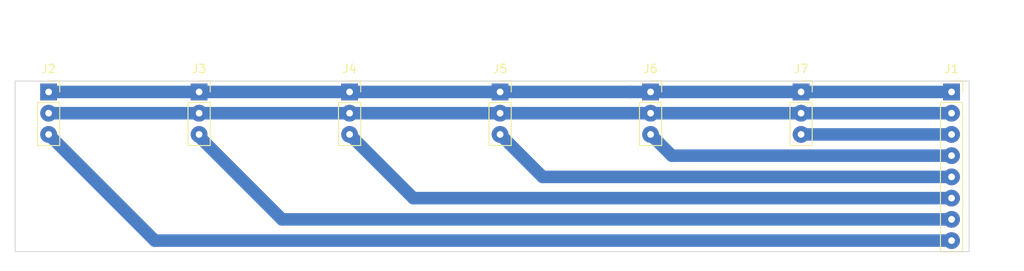
<source format=kicad_pcb>
(kicad_pcb (version 20171130) (host pcbnew 5.1.5+dfsg1-2build2)

  (general
    (thickness 1.6)
    (drawings 14)
    (tracks 27)
    (zones 0)
    (modules 7)
    (nets 9)
  )

  (page A4)
  (title_block
    (title pswclsx6socket)
    (date 2022-04-19)
    (rev 1)
    (comment 1 "tec. henrique silva")
  )

  (layers
    (0 F.Cu signal)
    (31 B.Cu signal)
    (32 B.Adhes user)
    (33 F.Adhes user)
    (34 B.Paste user)
    (35 F.Paste user)
    (36 B.SilkS user)
    (37 F.SilkS user)
    (38 B.Mask user)
    (39 F.Mask user)
    (40 Dwgs.User user)
    (41 Cmts.User user)
    (42 Eco1.User user)
    (43 Eco2.User user)
    (44 Edge.Cuts user)
    (45 Margin user)
    (46 B.CrtYd user)
    (47 F.CrtYd user)
    (48 B.Fab user)
    (49 F.Fab user)
  )

  (setup
    (last_trace_width 0.25)
    (user_trace_width 1)
    (user_trace_width 1.5)
    (trace_clearance 0.2)
    (zone_clearance 0.508)
    (zone_45_only no)
    (trace_min 0.2)
    (via_size 0.8)
    (via_drill 0.4)
    (via_min_size 0.4)
    (via_min_drill 0.3)
    (user_via 1.5 0.8)
    (uvia_size 0.3)
    (uvia_drill 0.1)
    (uvias_allowed no)
    (uvia_min_size 0.2)
    (uvia_min_drill 0.1)
    (edge_width 0.05)
    (segment_width 0.2)
    (pcb_text_width 0.3)
    (pcb_text_size 1.5 1.5)
    (mod_edge_width 0.12)
    (mod_text_size 1 1)
    (mod_text_width 0.15)
    (pad_size 2 2)
    (pad_drill 0.8)
    (pad_to_mask_clearance 0.051)
    (solder_mask_min_width 0.25)
    (aux_axis_origin 0 0)
    (visible_elements FFFFFF7F)
    (pcbplotparams
      (layerselection 0x010fc_ffffffff)
      (usegerberextensions false)
      (usegerberattributes false)
      (usegerberadvancedattributes false)
      (creategerberjobfile false)
      (excludeedgelayer true)
      (linewidth 0.100000)
      (plotframeref false)
      (viasonmask false)
      (mode 1)
      (useauxorigin false)
      (hpglpennumber 1)
      (hpglpenspeed 20)
      (hpglpendiameter 15.000000)
      (psnegative false)
      (psa4output false)
      (plotreference true)
      (plotvalue true)
      (plotinvisibletext false)
      (padsonsilk false)
      (subtractmaskfromsilk false)
      (outputformat 1)
      (mirror false)
      (drillshape 1)
      (scaleselection 1)
      (outputdirectory ""))
  )

  (net 0 "")
  (net 1 vll_relay-6)
  (net 2 vll_relay-5)
  (net 3 vll_relay-4)
  (net 4 vll_relay-3)
  (net 5 vll_relay-2)
  (net 6 vll_relay-1)
  (net 7 vcc_relay-master)
  (net 8 GND)

  (net_class Default "This is the default net class."
    (clearance 0.2)
    (trace_width 0.25)
    (via_dia 0.8)
    (via_drill 0.4)
    (uvia_dia 0.3)
    (uvia_drill 0.1)
    (add_net GND)
    (add_net vcc_relay-master)
    (add_net vll_relay-1)
    (add_net vll_relay-2)
    (add_net vll_relay-3)
    (add_net vll_relay-4)
    (add_net vll_relay-5)
    (add_net vll_relay-6)
  )

  (module Connector_PinSocket_2.54mm:PinSocket_1x08_P2.54mm_Vertical (layer F.Cu) (tedit 625F2050) (tstamp 625F0766)
    (at 202 89)
    (descr "Through hole straight socket strip, 1x08, 2.54mm pitch, single row (from Kicad 4.0.7), script generated")
    (tags "Through hole socket strip THT 1x08 2.54mm single row")
    (path /625AA4A2)
    (fp_text reference J1 (at 0 -2.77) (layer F.SilkS)
      (effects (font (size 1 1) (thickness 0.15)))
    )
    (fp_text value pswcls-master (at 0 20.55) (layer F.Fab)
      (effects (font (size 1 1) (thickness 0.15)))
    )
    (fp_text user %R (at 0 8.89 90) (layer F.Fab)
      (effects (font (size 1 1) (thickness 0.15)))
    )
    (fp_line (start -1.8 19.55) (end -1.8 -1.8) (layer F.CrtYd) (width 0.05))
    (fp_line (start 1.75 19.55) (end -1.8 19.55) (layer F.CrtYd) (width 0.05))
    (fp_line (start 1.75 -1.8) (end 1.75 19.55) (layer F.CrtYd) (width 0.05))
    (fp_line (start -1.8 -1.8) (end 1.75 -1.8) (layer F.CrtYd) (width 0.05))
    (fp_line (start 0 -1.33) (end 1.33 -1.33) (layer F.SilkS) (width 0.12))
    (fp_line (start 1.33 -1.33) (end 1.33 0) (layer F.SilkS) (width 0.12))
    (fp_line (start 1.33 1.27) (end 1.33 19.11) (layer F.SilkS) (width 0.12))
    (fp_line (start -1.33 19.11) (end 1.33 19.11) (layer F.SilkS) (width 0.12))
    (fp_line (start -1.33 1.27) (end -1.33 19.11) (layer F.SilkS) (width 0.12))
    (fp_line (start -1.33 1.27) (end 1.33 1.27) (layer F.SilkS) (width 0.12))
    (fp_line (start -1.27 19.05) (end -1.27 -1.27) (layer F.Fab) (width 0.1))
    (fp_line (start 1.27 19.05) (end -1.27 19.05) (layer F.Fab) (width 0.1))
    (fp_line (start 1.27 -0.635) (end 1.27 19.05) (layer F.Fab) (width 0.1))
    (fp_line (start 0.635 -1.27) (end 1.27 -0.635) (layer F.Fab) (width 0.1))
    (fp_line (start -1.27 -1.27) (end 0.635 -1.27) (layer F.Fab) (width 0.1))
    (pad 8 thru_hole oval (at 0 17.78) (size 2 2) (drill 0.8) (layers *.Cu *.Mask)
      (net 6 vll_relay-1))
    (pad 7 thru_hole oval (at 0 15.24) (size 2 2) (drill 0.8) (layers *.Cu *.Mask)
      (net 5 vll_relay-2))
    (pad 6 thru_hole oval (at 0 12.7) (size 2 2) (drill 0.8) (layers *.Cu *.Mask)
      (net 4 vll_relay-3))
    (pad 5 thru_hole oval (at 0 10.16) (size 2 2) (drill 0.8) (layers *.Cu *.Mask)
      (net 3 vll_relay-4))
    (pad 4 thru_hole oval (at 0 7.62) (size 2 2) (drill 0.8) (layers *.Cu *.Mask)
      (net 2 vll_relay-5))
    (pad 3 thru_hole oval (at 0 5.08) (size 2 2) (drill 0.8) (layers *.Cu *.Mask)
      (net 1 vll_relay-6))
    (pad 2 thru_hole oval (at 0 2.54) (size 2 2) (drill 0.8) (layers *.Cu *.Mask)
      (net 7 vcc_relay-master))
    (pad 1 thru_hole rect (at 0 0) (size 2 2) (drill 0.8) (layers *.Cu *.Mask)
      (net 8 GND))
    (model ${KISYS3DMOD}/Connector_PinSocket_2.54mm.3dshapes/PinSocket_1x08_P2.54mm_Vertical.wrl
      (at (xyz 0 0 0))
      (scale (xyz 1 1 1))
      (rotate (xyz 0 0 0))
    )
  )

  (module Connector_PinSocket_2.54mm:PinSocket_1x03_P2.54mm_Vertical (layer F.Cu) (tedit 625F1F59) (tstamp 625EF9E9)
    (at 94 89)
    (descr "Through hole straight socket strip, 1x03, 2.54mm pitch, single row (from Kicad 4.0.7), script generated")
    (tags "Through hole socket strip THT 1x03 2.54mm single row")
    (path /625A7FF5)
    (fp_text reference J2 (at 0 -2.77) (layer F.SilkS)
      (effects (font (size 1 1) (thickness 0.15)))
    )
    (fp_text value pswcls-1 (at 0 7.85) (layer F.Fab)
      (effects (font (size 1 1) (thickness 0.15)))
    )
    (fp_text user %R (at 0 2.54 90) (layer F.Fab)
      (effects (font (size 1 1) (thickness 0.15)))
    )
    (fp_line (start -1.8 6.85) (end -1.8 -1.8) (layer F.CrtYd) (width 0.05))
    (fp_line (start 1.75 6.85) (end -1.8 6.85) (layer F.CrtYd) (width 0.05))
    (fp_line (start 1.75 -1.8) (end 1.75 6.85) (layer F.CrtYd) (width 0.05))
    (fp_line (start -1.8 -1.8) (end 1.75 -1.8) (layer F.CrtYd) (width 0.05))
    (fp_line (start 0 -1.33) (end 1.33 -1.33) (layer F.SilkS) (width 0.12))
    (fp_line (start 1.33 -1.33) (end 1.33 0) (layer F.SilkS) (width 0.12))
    (fp_line (start 1.33 1.27) (end 1.33 6.41) (layer F.SilkS) (width 0.12))
    (fp_line (start -1.33 6.41) (end 1.33 6.41) (layer F.SilkS) (width 0.12))
    (fp_line (start -1.33 1.27) (end -1.33 6.41) (layer F.SilkS) (width 0.12))
    (fp_line (start -1.33 1.27) (end 1.33 1.27) (layer F.SilkS) (width 0.12))
    (fp_line (start -1.27 6.35) (end -1.27 -1.27) (layer F.Fab) (width 0.1))
    (fp_line (start 1.27 6.35) (end -1.27 6.35) (layer F.Fab) (width 0.1))
    (fp_line (start 1.27 -0.635) (end 1.27 6.35) (layer F.Fab) (width 0.1))
    (fp_line (start 0.635 -1.27) (end 1.27 -0.635) (layer F.Fab) (width 0.1))
    (fp_line (start -1.27 -1.27) (end 0.635 -1.27) (layer F.Fab) (width 0.1))
    (pad 3 thru_hole oval (at 0 5.08) (size 2 2) (drill 0.8) (layers *.Cu *.Mask)
      (net 6 vll_relay-1))
    (pad 2 thru_hole oval (at 0 2.54) (size 2 2) (drill 0.8) (layers *.Cu *.Mask)
      (net 7 vcc_relay-master))
    (pad 1 thru_hole rect (at 0 0) (size 2 2) (drill 0.8) (layers *.Cu *.Mask)
      (net 8 GND))
    (model ${KISYS3DMOD}/Connector_PinSocket_2.54mm.3dshapes/PinSocket_1x03_P2.54mm_Vertical.wrl
      (at (xyz 0 0 0))
      (scale (xyz 1 1 1))
      (rotate (xyz 0 0 0))
    )
  )

  (module Connector_PinSocket_2.54mm:PinSocket_1x03_P2.54mm_Vertical (layer F.Cu) (tedit 625F1FBA) (tstamp 625EFE4C)
    (at 148 89)
    (descr "Through hole straight socket strip, 1x03, 2.54mm pitch, single row (from Kicad 4.0.7), script generated")
    (tags "Through hole socket strip THT 1x03 2.54mm single row")
    (path /625B3AC0)
    (fp_text reference J5 (at 0 -2.77) (layer F.SilkS)
      (effects (font (size 1 1) (thickness 0.15)))
    )
    (fp_text value pswcls-4 (at 0 7.85) (layer F.Fab)
      (effects (font (size 1 1) (thickness 0.15)))
    )
    (fp_text user %R (at 0 2.54 90) (layer F.Fab)
      (effects (font (size 1 1) (thickness 0.15)))
    )
    (fp_line (start -1.8 6.85) (end -1.8 -1.8) (layer F.CrtYd) (width 0.05))
    (fp_line (start 1.75 6.85) (end -1.8 6.85) (layer F.CrtYd) (width 0.05))
    (fp_line (start 1.75 -1.8) (end 1.75 6.85) (layer F.CrtYd) (width 0.05))
    (fp_line (start -1.8 -1.8) (end 1.75 -1.8) (layer F.CrtYd) (width 0.05))
    (fp_line (start 0 -1.33) (end 1.33 -1.33) (layer F.SilkS) (width 0.12))
    (fp_line (start 1.33 -1.33) (end 1.33 0) (layer F.SilkS) (width 0.12))
    (fp_line (start 1.33 1.27) (end 1.33 6.41) (layer F.SilkS) (width 0.12))
    (fp_line (start -1.33 6.41) (end 1.33 6.41) (layer F.SilkS) (width 0.12))
    (fp_line (start -1.33 1.27) (end -1.33 6.41) (layer F.SilkS) (width 0.12))
    (fp_line (start -1.33 1.27) (end 1.33 1.27) (layer F.SilkS) (width 0.12))
    (fp_line (start -1.27 6.35) (end -1.27 -1.27) (layer F.Fab) (width 0.1))
    (fp_line (start 1.27 6.35) (end -1.27 6.35) (layer F.Fab) (width 0.1))
    (fp_line (start 1.27 -0.635) (end 1.27 6.35) (layer F.Fab) (width 0.1))
    (fp_line (start 0.635 -1.27) (end 1.27 -0.635) (layer F.Fab) (width 0.1))
    (fp_line (start -1.27 -1.27) (end 0.635 -1.27) (layer F.Fab) (width 0.1))
    (pad 3 thru_hole oval (at 0 5.08) (size 2 2) (drill 0.8) (layers *.Cu *.Mask)
      (net 3 vll_relay-4))
    (pad 2 thru_hole oval (at 0 2.54) (size 2 2) (drill 0.8) (layers *.Cu *.Mask)
      (net 7 vcc_relay-master))
    (pad 1 thru_hole rect (at 0 0) (size 2 2) (drill 0.8) (layers *.Cu *.Mask)
      (net 8 GND))
    (model ${KISYS3DMOD}/Connector_PinSocket_2.54mm.3dshapes/PinSocket_1x03_P2.54mm_Vertical.wrl
      (at (xyz 0 0 0))
      (scale (xyz 1 1 1))
      (rotate (xyz 0 0 0))
    )
  )

  (module Connector_PinSocket_2.54mm:PinSocket_1x03_P2.54mm_Vertical (layer F.Cu) (tedit 625F1F78) (tstamp 625F20AB)
    (at 112 89)
    (descr "Through hole straight socket strip, 1x03, 2.54mm pitch, single row (from Kicad 4.0.7), script generated")
    (tags "Through hole socket strip THT 1x03 2.54mm single row")
    (path /625B1E5A)
    (fp_text reference J3 (at 0 -2.77) (layer F.SilkS)
      (effects (font (size 1 1) (thickness 0.15)))
    )
    (fp_text value pswcls-2 (at 0 7.85) (layer F.Fab)
      (effects (font (size 1 1) (thickness 0.15)))
    )
    (fp_text user %R (at 0 2.54 90) (layer F.Fab)
      (effects (font (size 1 1) (thickness 0.15)))
    )
    (fp_line (start -1.8 6.85) (end -1.8 -1.8) (layer F.CrtYd) (width 0.05))
    (fp_line (start 1.75 6.85) (end -1.8 6.85) (layer F.CrtYd) (width 0.05))
    (fp_line (start 1.75 -1.8) (end 1.75 6.85) (layer F.CrtYd) (width 0.05))
    (fp_line (start -1.8 -1.8) (end 1.75 -1.8) (layer F.CrtYd) (width 0.05))
    (fp_line (start 0 -1.33) (end 1.33 -1.33) (layer F.SilkS) (width 0.12))
    (fp_line (start 1.33 -1.33) (end 1.33 0) (layer F.SilkS) (width 0.12))
    (fp_line (start 1.33 1.27) (end 1.33 6.41) (layer F.SilkS) (width 0.12))
    (fp_line (start -1.33 6.41) (end 1.33 6.41) (layer F.SilkS) (width 0.12))
    (fp_line (start -1.33 1.27) (end -1.33 6.41) (layer F.SilkS) (width 0.12))
    (fp_line (start -1.33 1.27) (end 1.33 1.27) (layer F.SilkS) (width 0.12))
    (fp_line (start -1.27 6.35) (end -1.27 -1.27) (layer F.Fab) (width 0.1))
    (fp_line (start 1.27 6.35) (end -1.27 6.35) (layer F.Fab) (width 0.1))
    (fp_line (start 1.27 -0.635) (end 1.27 6.35) (layer F.Fab) (width 0.1))
    (fp_line (start 0.635 -1.27) (end 1.27 -0.635) (layer F.Fab) (width 0.1))
    (fp_line (start -1.27 -1.27) (end 0.635 -1.27) (layer F.Fab) (width 0.1))
    (pad 3 thru_hole oval (at 0 5.08) (size 2 2) (drill 0.8) (layers *.Cu *.Mask)
      (net 5 vll_relay-2))
    (pad 2 thru_hole oval (at 0 2.54) (size 2 2) (drill 0.8) (layers *.Cu *.Mask)
      (net 7 vcc_relay-master))
    (pad 1 thru_hole rect (at 0 0) (size 2 2) (drill 0.8) (layers *.Cu *.Mask)
      (net 8 GND))
    (model ${KISYS3DMOD}/Connector_PinSocket_2.54mm.3dshapes/PinSocket_1x03_P2.54mm_Vertical.wrl
      (at (xyz 0 0 0))
      (scale (xyz 1 1 1))
      (rotate (xyz 0 0 0))
    )
  )

  (module Connector_PinSocket_2.54mm:PinSocket_1x03_P2.54mm_Vertical (layer F.Cu) (tedit 625F2008) (tstamp 625EFED0)
    (at 184 89)
    (descr "Through hole straight socket strip, 1x03, 2.54mm pitch, single row (from Kicad 4.0.7), script generated")
    (tags "Through hole socket strip THT 1x03 2.54mm single row")
    (path /625B65CB)
    (fp_text reference J7 (at 0 -2.77) (layer F.SilkS)
      (effects (font (size 1 1) (thickness 0.15)))
    )
    (fp_text value pswcls-6 (at 0 7.85) (layer F.Fab)
      (effects (font (size 1 1) (thickness 0.15)))
    )
    (fp_text user %R (at 0 2.54 90) (layer F.Fab)
      (effects (font (size 1 1) (thickness 0.15)))
    )
    (fp_line (start -1.8 6.85) (end -1.8 -1.8) (layer F.CrtYd) (width 0.05))
    (fp_line (start 1.75 6.85) (end -1.8 6.85) (layer F.CrtYd) (width 0.05))
    (fp_line (start 1.75 -1.8) (end 1.75 6.85) (layer F.CrtYd) (width 0.05))
    (fp_line (start -1.8 -1.8) (end 1.75 -1.8) (layer F.CrtYd) (width 0.05))
    (fp_line (start 0 -1.33) (end 1.33 -1.33) (layer F.SilkS) (width 0.12))
    (fp_line (start 1.33 -1.33) (end 1.33 0) (layer F.SilkS) (width 0.12))
    (fp_line (start 1.33 1.27) (end 1.33 6.41) (layer F.SilkS) (width 0.12))
    (fp_line (start -1.33 6.41) (end 1.33 6.41) (layer F.SilkS) (width 0.12))
    (fp_line (start -1.33 1.27) (end -1.33 6.41) (layer F.SilkS) (width 0.12))
    (fp_line (start -1.33 1.27) (end 1.33 1.27) (layer F.SilkS) (width 0.12))
    (fp_line (start -1.27 6.35) (end -1.27 -1.27) (layer F.Fab) (width 0.1))
    (fp_line (start 1.27 6.35) (end -1.27 6.35) (layer F.Fab) (width 0.1))
    (fp_line (start 1.27 -0.635) (end 1.27 6.35) (layer F.Fab) (width 0.1))
    (fp_line (start 0.635 -1.27) (end 1.27 -0.635) (layer F.Fab) (width 0.1))
    (fp_line (start -1.27 -1.27) (end 0.635 -1.27) (layer F.Fab) (width 0.1))
    (pad 3 thru_hole oval (at 0 5.08) (size 2 2) (drill 0.8) (layers *.Cu *.Mask)
      (net 1 vll_relay-6))
    (pad 2 thru_hole oval (at 0 2.54) (size 2 2) (drill 0.8) (layers *.Cu *.Mask)
      (net 7 vcc_relay-master))
    (pad 1 thru_hole rect (at 0 0) (size 2 2) (drill 0.8) (layers *.Cu *.Mask)
      (net 8 GND))
    (model ${KISYS3DMOD}/Connector_PinSocket_2.54mm.3dshapes/PinSocket_1x03_P2.54mm_Vertical.wrl
      (at (xyz 0 0 0))
      (scale (xyz 1 1 1))
      (rotate (xyz 0 0 0))
    )
  )

  (module Connector_PinSocket_2.54mm:PinSocket_1x03_P2.54mm_Vertical (layer F.Cu) (tedit 625F1F99) (tstamp 625EFF12)
    (at 130 89)
    (descr "Through hole straight socket strip, 1x03, 2.54mm pitch, single row (from Kicad 4.0.7), script generated")
    (tags "Through hole socket strip THT 1x03 2.54mm single row")
    (path /625B27EA)
    (fp_text reference J4 (at 0 -2.77) (layer F.SilkS)
      (effects (font (size 1 1) (thickness 0.15)))
    )
    (fp_text value pswcls-3 (at 0 7.85) (layer F.Fab)
      (effects (font (size 1 1) (thickness 0.15)))
    )
    (fp_text user %R (at 0 2.54 90) (layer F.Fab)
      (effects (font (size 1 1) (thickness 0.15)))
    )
    (fp_line (start -1.8 6.85) (end -1.8 -1.8) (layer F.CrtYd) (width 0.05))
    (fp_line (start 1.75 6.85) (end -1.8 6.85) (layer F.CrtYd) (width 0.05))
    (fp_line (start 1.75 -1.8) (end 1.75 6.85) (layer F.CrtYd) (width 0.05))
    (fp_line (start -1.8 -1.8) (end 1.75 -1.8) (layer F.CrtYd) (width 0.05))
    (fp_line (start 0 -1.33) (end 1.33 -1.33) (layer F.SilkS) (width 0.12))
    (fp_line (start 1.33 -1.33) (end 1.33 0) (layer F.SilkS) (width 0.12))
    (fp_line (start 1.33 1.27) (end 1.33 6.41) (layer F.SilkS) (width 0.12))
    (fp_line (start -1.33 6.41) (end 1.33 6.41) (layer F.SilkS) (width 0.12))
    (fp_line (start -1.33 1.27) (end -1.33 6.41) (layer F.SilkS) (width 0.12))
    (fp_line (start -1.33 1.27) (end 1.33 1.27) (layer F.SilkS) (width 0.12))
    (fp_line (start -1.27 6.35) (end -1.27 -1.27) (layer F.Fab) (width 0.1))
    (fp_line (start 1.27 6.35) (end -1.27 6.35) (layer F.Fab) (width 0.1))
    (fp_line (start 1.27 -0.635) (end 1.27 6.35) (layer F.Fab) (width 0.1))
    (fp_line (start 0.635 -1.27) (end 1.27 -0.635) (layer F.Fab) (width 0.1))
    (fp_line (start -1.27 -1.27) (end 0.635 -1.27) (layer F.Fab) (width 0.1))
    (pad 3 thru_hole oval (at 0 5.08) (size 2 2) (drill 0.8) (layers *.Cu *.Mask)
      (net 4 vll_relay-3))
    (pad 2 thru_hole oval (at 0 2.54) (size 2 2) (drill 0.8) (layers *.Cu *.Mask)
      (net 7 vcc_relay-master))
    (pad 1 thru_hole rect (at 0 0) (size 2 2) (drill 0.8) (layers *.Cu *.Mask)
      (net 8 GND))
    (model ${KISYS3DMOD}/Connector_PinSocket_2.54mm.3dshapes/PinSocket_1x03_P2.54mm_Vertical.wrl
      (at (xyz 0 0 0))
      (scale (xyz 1 1 1))
      (rotate (xyz 0 0 0))
    )
  )

  (module Connector_PinSocket_2.54mm:PinSocket_1x03_P2.54mm_Vertical (layer F.Cu) (tedit 625F1FE2) (tstamp 625EFF54)
    (at 166 89)
    (descr "Through hole straight socket strip, 1x03, 2.54mm pitch, single row (from Kicad 4.0.7), script generated")
    (tags "Through hole socket strip THT 1x03 2.54mm single row")
    (path /625B55EF)
    (fp_text reference J6 (at 0 -2.77) (layer F.SilkS)
      (effects (font (size 1 1) (thickness 0.15)))
    )
    (fp_text value pswcls-5 (at 0 7.85) (layer F.Fab)
      (effects (font (size 1 1) (thickness 0.15)))
    )
    (fp_text user %R (at 0 2.54 90) (layer F.Fab)
      (effects (font (size 1 1) (thickness 0.15)))
    )
    (fp_line (start -1.8 6.85) (end -1.8 -1.8) (layer F.CrtYd) (width 0.05))
    (fp_line (start 1.75 6.85) (end -1.8 6.85) (layer F.CrtYd) (width 0.05))
    (fp_line (start 1.75 -1.8) (end 1.75 6.85) (layer F.CrtYd) (width 0.05))
    (fp_line (start -1.8 -1.8) (end 1.75 -1.8) (layer F.CrtYd) (width 0.05))
    (fp_line (start 0 -1.33) (end 1.33 -1.33) (layer F.SilkS) (width 0.12))
    (fp_line (start 1.33 -1.33) (end 1.33 0) (layer F.SilkS) (width 0.12))
    (fp_line (start 1.33 1.27) (end 1.33 6.41) (layer F.SilkS) (width 0.12))
    (fp_line (start -1.33 6.41) (end 1.33 6.41) (layer F.SilkS) (width 0.12))
    (fp_line (start -1.33 1.27) (end -1.33 6.41) (layer F.SilkS) (width 0.12))
    (fp_line (start -1.33 1.27) (end 1.33 1.27) (layer F.SilkS) (width 0.12))
    (fp_line (start -1.27 6.35) (end -1.27 -1.27) (layer F.Fab) (width 0.1))
    (fp_line (start 1.27 6.35) (end -1.27 6.35) (layer F.Fab) (width 0.1))
    (fp_line (start 1.27 -0.635) (end 1.27 6.35) (layer F.Fab) (width 0.1))
    (fp_line (start 0.635 -1.27) (end 1.27 -0.635) (layer F.Fab) (width 0.1))
    (fp_line (start -1.27 -1.27) (end 0.635 -1.27) (layer F.Fab) (width 0.1))
    (pad 3 thru_hole oval (at 0 5.08) (size 2 2) (drill 0.8) (layers *.Cu *.Mask)
      (net 2 vll_relay-5))
    (pad 2 thru_hole oval (at 0 2.54) (size 2 2) (drill 0.8) (layers *.Cu *.Mask)
      (net 7 vcc_relay-master))
    (pad 1 thru_hole rect (at 0 0) (size 2 2) (drill 0.8) (layers *.Cu *.Mask)
      (net 8 GND))
    (model ${KISYS3DMOD}/Connector_PinSocket_2.54mm.3dshapes/PinSocket_1x03_P2.54mm_Vertical.wrl
      (at (xyz 0 0 0))
      (scale (xyz 1 1 1))
      (rotate (xyz 0 0 0))
    )
  )

  (dimension 2 (width 0.15) (layer Dwgs.User)
    (gr_text "2.000 mm" (at 203 81.7) (layer Dwgs.User)
      (effects (font (size 1 1) (thickness 0.15)))
    )
    (feature1 (pts (xy 202 85) (xy 202 82.413579)))
    (feature2 (pts (xy 204 85) (xy 204 82.413579)))
    (crossbar (pts (xy 204 83) (xy 202 83)))
    (arrow1a (pts (xy 202 83) (xy 203.126504 82.413579)))
    (arrow1b (pts (xy 202 83) (xy 203.126504 83.586421)))
    (arrow2a (pts (xy 204 83) (xy 202.873496 82.413579)))
    (arrow2b (pts (xy 204 83) (xy 202.873496 83.586421)))
  )
  (dimension 4 (width 0.15) (layer Dwgs.User)
    (gr_text "4.000 mm" (at 92 81.7) (layer Dwgs.User)
      (effects (font (size 1 1) (thickness 0.15)))
    )
    (feature1 (pts (xy 90 85) (xy 90 82.413579)))
    (feature2 (pts (xy 94 85) (xy 94 82.413579)))
    (crossbar (pts (xy 94 83) (xy 90 83)))
    (arrow1a (pts (xy 90 83) (xy 91.126504 82.413579)))
    (arrow1b (pts (xy 90 83) (xy 91.126504 83.586421)))
    (arrow2a (pts (xy 94 83) (xy 92.873496 82.413579)))
    (arrow2b (pts (xy 94 83) (xy 92.873496 83.586421)))
  )
  (dimension 18 (width 0.15) (layer Dwgs.User)
    (gr_text "18.000 mm" (at 103 81.7) (layer Dwgs.User)
      (effects (font (size 1 1) (thickness 0.15)))
    )
    (feature1 (pts (xy 112 85) (xy 112 82.413579)))
    (feature2 (pts (xy 94 85) (xy 94 82.413579)))
    (crossbar (pts (xy 94 83) (xy 112 83)))
    (arrow1a (pts (xy 112 83) (xy 110.873496 83.586421)))
    (arrow1b (pts (xy 112 83) (xy 110.873496 82.413579)))
    (arrow2a (pts (xy 94 83) (xy 95.126504 83.586421)))
    (arrow2b (pts (xy 94 83) (xy 95.126504 82.413579)))
  )
  (dimension 18 (width 0.15) (layer Dwgs.User)
    (gr_text "18.000 mm" (at 121 81.7) (layer Dwgs.User)
      (effects (font (size 1 1) (thickness 0.15)))
    )
    (feature1 (pts (xy 130 85) (xy 130 82.413579)))
    (feature2 (pts (xy 112 85) (xy 112 82.413579)))
    (crossbar (pts (xy 112 83) (xy 130 83)))
    (arrow1a (pts (xy 130 83) (xy 128.873496 83.586421)))
    (arrow1b (pts (xy 130 83) (xy 128.873496 82.413579)))
    (arrow2a (pts (xy 112 83) (xy 113.126504 83.586421)))
    (arrow2b (pts (xy 112 83) (xy 113.126504 82.413579)))
  )
  (dimension 18 (width 0.15) (layer Dwgs.User)
    (gr_text "18.000 mm" (at 139 81.7) (layer Dwgs.User)
      (effects (font (size 1 1) (thickness 0.15)))
    )
    (feature1 (pts (xy 148 85) (xy 148 82.413579)))
    (feature2 (pts (xy 130 85) (xy 130 82.413579)))
    (crossbar (pts (xy 130 83) (xy 148 83)))
    (arrow1a (pts (xy 148 83) (xy 146.873496 83.586421)))
    (arrow1b (pts (xy 148 83) (xy 146.873496 82.413579)))
    (arrow2a (pts (xy 130 83) (xy 131.126504 83.586421)))
    (arrow2b (pts (xy 130 83) (xy 131.126504 82.413579)))
  )
  (dimension 18 (width 0.15) (layer Dwgs.User)
    (gr_text "18.000 mm" (at 157 81.7) (layer Dwgs.User)
      (effects (font (size 1 1) (thickness 0.15)))
    )
    (feature1 (pts (xy 166 85) (xy 166 82.413579)))
    (feature2 (pts (xy 148 85) (xy 148 82.413579)))
    (crossbar (pts (xy 148 83) (xy 166 83)))
    (arrow1a (pts (xy 166 83) (xy 164.873496 83.586421)))
    (arrow1b (pts (xy 166 83) (xy 164.873496 82.413579)))
    (arrow2a (pts (xy 148 83) (xy 149.126504 83.586421)))
    (arrow2b (pts (xy 148 83) (xy 149.126504 82.413579)))
  )
  (dimension 18 (width 0.15) (layer Dwgs.User)
    (gr_text "18.000 mm" (at 175 81.7) (layer Dwgs.User)
      (effects (font (size 1 1) (thickness 0.15)))
    )
    (feature1 (pts (xy 184 86) (xy 184 82.413579)))
    (feature2 (pts (xy 166 86) (xy 166 82.413579)))
    (crossbar (pts (xy 166 83) (xy 184 83)))
    (arrow1a (pts (xy 184 83) (xy 182.873496 83.586421)))
    (arrow1b (pts (xy 184 83) (xy 182.873496 82.413579)))
    (arrow2a (pts (xy 166 83) (xy 167.126504 83.586421)))
    (arrow2b (pts (xy 166 83) (xy 167.126504 82.413579)))
  )
  (dimension 18 (width 0.15) (layer Dwgs.User)
    (gr_text "18.000 mm" (at 193 81.7) (layer Dwgs.User)
      (effects (font (size 1 1) (thickness 0.15)))
    )
    (feature1 (pts (xy 202 85) (xy 202 82.413579)))
    (feature2 (pts (xy 184 85) (xy 184 82.413579)))
    (crossbar (pts (xy 184 83) (xy 202 83)))
    (arrow1a (pts (xy 202 83) (xy 200.873496 83.586421)))
    (arrow1b (pts (xy 202 83) (xy 200.873496 82.413579)))
    (arrow2a (pts (xy 184 83) (xy 185.126504 83.586421)))
    (arrow2b (pts (xy 184 83) (xy 185.126504 82.413579)))
  )
  (dimension 20.4 (width 0.15) (layer Dwgs.User)
    (gr_text "20.400 mm" (at 209.3 97.9 270) (layer Dwgs.User)
      (effects (font (size 1 1) (thickness 0.15)))
    )
    (feature1 (pts (xy 206.1 108.1) (xy 208.586421 108.1)))
    (feature2 (pts (xy 206.1 87.7) (xy 208.586421 87.7)))
    (crossbar (pts (xy 208 87.7) (xy 208 108.1)))
    (arrow1a (pts (xy 208 108.1) (xy 207.413579 106.973496)))
    (arrow1b (pts (xy 208 108.1) (xy 208.586421 106.973496)))
    (arrow2a (pts (xy 208 87.7) (xy 207.413579 88.826504)))
    (arrow2b (pts (xy 208 87.7) (xy 208.586421 88.826504)))
  )
  (dimension 114.1 (width 0.15) (layer Dwgs.User)
    (gr_text "114.100 mm" (at 146.95 78.7) (layer Dwgs.User)
      (effects (font (size 1 1) (thickness 0.15)))
    )
    (feature1 (pts (xy 204 83.95) (xy 204 79.413579)))
    (feature2 (pts (xy 89.9 83.95) (xy 89.9 79.413579)))
    (crossbar (pts (xy 89.9 80) (xy 204 80)))
    (arrow1a (pts (xy 204 80) (xy 202.873496 80.586421)))
    (arrow1b (pts (xy 204 80) (xy 202.873496 79.413579)))
    (arrow2a (pts (xy 89.9 80) (xy 91.026504 80.586421)))
    (arrow2b (pts (xy 89.9 80) (xy 91.026504 79.413579)))
  )
  (gr_line (start 90 87.7) (end 204.1 87.7) (layer Edge.Cuts) (width 0.1))
  (gr_line (start 90 108.1) (end 90 87.7) (layer Edge.Cuts) (width 0.1))
  (gr_line (start 204.1 87.7) (end 204.1 108.1) (layer Edge.Cuts) (width 0.1))
  (gr_line (start 204.1 108.1) (end 90 108.1) (layer Edge.Cuts) (width 0.1))

  (segment (start 184 94.08) (end 202 94.08) (width 1.5) (layer B.Cu) (net 1))
  (segment (start 168.54 96.62) (end 166 94.08) (width 1.5) (layer B.Cu) (net 2))
  (segment (start 202 96.62) (end 168.54 96.62) (width 1.5) (layer B.Cu) (net 2))
  (segment (start 153.08 99.16) (end 148 94.08) (width 1.5) (layer B.Cu) (net 3))
  (segment (start 202 99.16) (end 153.08 99.16) (width 1.5) (layer B.Cu) (net 3))
  (segment (start 137.62 101.7) (end 130 94.08) (width 1.5) (layer B.Cu) (net 4))
  (segment (start 202 101.7) (end 137.62 101.7) (width 1.5) (layer B.Cu) (net 4))
  (segment (start 121.91 104.24) (end 111.75 94.08) (width 1.5) (layer B.Cu) (net 5))
  (segment (start 202 104.24) (end 121.91 104.24) (width 1.5) (layer B.Cu) (net 5))
  (segment (start 106.7 106.78) (end 94 94.08) (width 1.5) (layer B.Cu) (net 6))
  (segment (start 202 106.78) (end 106.7 106.78) (width 1.5) (layer B.Cu) (net 6))
  (segment (start 94 91.54) (end 112 91.54) (width 1.5) (layer B.Cu) (net 7))
  (segment (start 112 91.54) (end 130 91.54) (width 1.5) (layer B.Cu) (net 7))
  (segment (start 130 91.54) (end 148 91.54) (width 1.5) (layer B.Cu) (net 7))
  (segment (start 148 91.54) (end 166 91.54) (width 1.5) (layer B.Cu) (net 7))
  (segment (start 167.202081 91.54) (end 184 91.54) (width 1.5) (layer B.Cu) (net 7))
  (segment (start 166 91.54) (end 167.202081 91.54) (width 1.5) (layer B.Cu) (net 7))
  (segment (start 184 91.54) (end 202 91.54) (width 1.5) (layer B.Cu) (net 7))
  (segment (start 111.875998 89) (end 94 89) (width 1.5) (layer B.Cu) (net 8))
  (segment (start 201.75 89) (end 184 89) (width 1.5) (layer B.Cu) (net 8))
  (segment (start 202 89) (end 201.75 89) (width 1.5) (layer B.Cu) (net 8))
  (segment (start 184 89) (end 166 89) (width 1.5) (layer B.Cu) (net 8))
  (segment (start 163.65 89) (end 148 89) (width 1.5) (layer B.Cu) (net 8))
  (segment (start 166 89) (end 163.65 89) (width 1.5) (layer B.Cu) (net 8))
  (segment (start 148 89) (end 130 89) (width 1.5) (layer B.Cu) (net 8))
  (segment (start 129.75 89) (end 112 89) (width 1.5) (layer B.Cu) (net 8))
  (segment (start 130 89) (end 129.75 89) (width 1.5) (layer B.Cu) (net 8))

)

</source>
